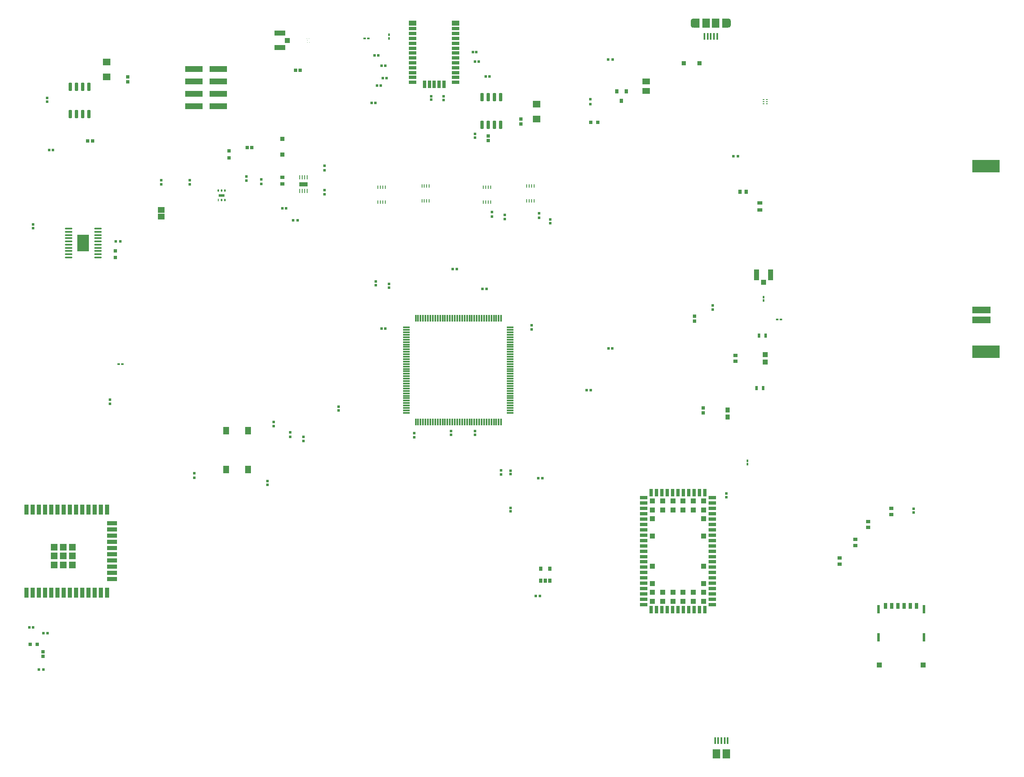
<source format=gbr>
%TF.GenerationSoftware,Altium Limited,Altium Designer,23.9.2 (47)*%
G04 Layer_Color=8421504*
%FSLAX45Y45*%
%MOMM*%
%TF.SameCoordinates,7747E0AE-D8E6-467E-A507-EEFEC3D8B4F9*%
%TF.FilePolarity,Positive*%
%TF.FileFunction,Paste,Top*%
%TF.Part,Single*%
G01*
G75*
%TA.AperFunction,Conductor*%
%ADD10C,0.50000*%
%TA.AperFunction,SMDPad,CuDef*%
%ADD15R,0.54000X0.58000*%
%ADD16R,0.55000X0.55000*%
G04:AMPARAMS|DCode=17|XSize=2.4mm|YSize=3.38mm|CornerRadius=0.048mm|HoleSize=0mm|Usage=FLASHONLY|Rotation=0.000|XOffset=0mm|YOffset=0mm|HoleType=Round|Shape=RoundedRectangle|*
%AMROUNDEDRECTD17*
21,1,2.40000,3.28400,0,0,0.0*
21,1,2.30400,3.38000,0,0,0.0*
1,1,0.09600,1.15200,-1.64200*
1,1,0.09600,-1.15200,-1.64200*
1,1,0.09600,-1.15200,1.64200*
1,1,0.09600,1.15200,1.64200*
%
%ADD17ROUNDEDRECTD17*%
G04:AMPARAMS|DCode=18|XSize=0.35mm|YSize=1.45mm|CornerRadius=0.05075mm|HoleSize=0mm|Usage=FLASHONLY|Rotation=90.000|XOffset=0mm|YOffset=0mm|HoleType=Round|Shape=RoundedRectangle|*
%AMROUNDEDRECTD18*
21,1,0.35000,1.34850,0,0,90.0*
21,1,0.24850,1.45000,0,0,90.0*
1,1,0.10150,0.67425,0.12425*
1,1,0.10150,0.67425,-0.12425*
1,1,0.10150,-0.67425,-0.12425*
1,1,0.10150,-0.67425,0.12425*
%
%ADD18ROUNDEDRECTD18*%
%ADD19R,1.50822X1.30606*%
%ADD20R,0.50000X0.60000*%
%ADD21R,1.00000X0.75000*%
%ADD22R,0.75814X0.81213*%
%ADD23R,1.03000X1.00000*%
%ADD24R,0.48000X1.80000*%
%ADD25R,0.65000X1.30000*%
%ADD26R,1.60000X1.40000*%
%ADD27R,1.30000X1.55000*%
%ADD28R,0.40000X1.35000*%
%ADD29R,1.50000X1.90000*%
%ADD31R,0.42000X0.22000*%
%ADD32R,0.65000X0.90000*%
%ADD33R,0.90000X0.75000*%
%ADD34R,0.58000X0.54000*%
%ADD35R,0.50000X0.45000*%
%ADD36R,0.45000X0.50000*%
%ADD37R,0.60000X0.55000*%
G04:AMPARAMS|DCode=38|XSize=0.76mm|YSize=0.6604mm|CornerRadius=0.08255mm|HoleSize=0mm|Usage=FLASHONLY|Rotation=0.000|XOffset=0mm|YOffset=0mm|HoleType=Round|Shape=RoundedRectangle|*
%AMROUNDEDRECTD38*
21,1,0.76000,0.49530,0,0,0.0*
21,1,0.59490,0.66040,0,0,0.0*
1,1,0.16510,0.29745,-0.24765*
1,1,0.16510,-0.29745,-0.24765*
1,1,0.16510,-0.29745,0.24765*
1,1,0.16510,0.29745,0.24765*
%
%ADD38ROUNDEDRECTD38*%
%ADD39R,3.68000X1.27000*%
%ADD40R,0.80000X0.90000*%
%ADD41R,0.80000X0.80000*%
%ADD42R,0.90000X0.95000*%
%ADD43R,0.65000X0.65000*%
G04:AMPARAMS|DCode=44|XSize=0.55mm|YSize=0.5mm|CornerRadius=0.0625mm|HoleSize=0mm|Usage=FLASHONLY|Rotation=0.000|XOffset=0mm|YOffset=0mm|HoleType=Round|Shape=RoundedRectangle|*
%AMROUNDEDRECTD44*
21,1,0.55000,0.37500,0,0,0.0*
21,1,0.42500,0.50000,0,0,0.0*
1,1,0.12500,0.21250,-0.18750*
1,1,0.12500,-0.21250,-0.18750*
1,1,0.12500,-0.21250,0.18750*
1,1,0.12500,0.21250,0.18750*
%
%ADD44ROUNDEDRECTD44*%
%ADD45R,0.65000X0.65000*%
G04:AMPARAMS|DCode=46|XSize=0.55mm|YSize=0.5mm|CornerRadius=0.0625mm|HoleSize=0mm|Usage=FLASHONLY|Rotation=270.000|XOffset=0mm|YOffset=0mm|HoleType=Round|Shape=RoundedRectangle|*
%AMROUNDEDRECTD46*
21,1,0.55000,0.37500,0,0,270.0*
21,1,0.42500,0.50000,0,0,270.0*
1,1,0.12500,-0.18750,-0.21250*
1,1,0.12500,-0.18750,0.21250*
1,1,0.12500,0.18750,0.21250*
1,1,0.12500,0.18750,-0.21250*
%
%ADD46ROUNDEDRECTD46*%
G04:AMPARAMS|DCode=47|XSize=0.76mm|YSize=0.6604mm|CornerRadius=0.08255mm|HoleSize=0mm|Usage=FLASHONLY|Rotation=90.000|XOffset=0mm|YOffset=0mm|HoleType=Round|Shape=RoundedRectangle|*
%AMROUNDEDRECTD47*
21,1,0.76000,0.49530,0,0,90.0*
21,1,0.59490,0.66040,0,0,90.0*
1,1,0.16510,0.24765,0.29745*
1,1,0.16510,0.24765,-0.29745*
1,1,0.16510,-0.24765,-0.29745*
1,1,0.16510,-0.24765,0.29745*
%
%ADD47ROUNDEDRECTD47*%
%ADD48R,0.51535X0.47247*%
%ADD49R,0.47247X0.51535*%
G04:AMPARAMS|DCode=50|XSize=0.65mm|YSize=1.65mm|CornerRadius=0.04875mm|HoleSize=0mm|Usage=FLASHONLY|Rotation=180.000|XOffset=0mm|YOffset=0mm|HoleType=Round|Shape=RoundedRectangle|*
%AMROUNDEDRECTD50*
21,1,0.65000,1.55250,0,0,180.0*
21,1,0.55250,1.65000,0,0,180.0*
1,1,0.09750,-0.27625,0.77625*
1,1,0.09750,0.27625,0.77625*
1,1,0.09750,0.27625,-0.77625*
1,1,0.09750,-0.27625,-0.77625*
%
%ADD50ROUNDEDRECTD50*%
%ADD52R,0.62500X0.85000*%
%ADD53R,1.05000X2.20000*%
%ADD54R,1.00000X1.05000*%
%ADD55R,3.70000X1.40000*%
%ADD56R,5.60000X2.60000*%
%ADD57R,0.96822X1.00650*%
%ADD58R,1.35620X1.15443*%
%ADD60R,0.29247X0.55607*%
G04:AMPARAMS|DCode=61|XSize=0.55607mm|YSize=0.29247mm|CornerRadius=0.14624mm|HoleSize=0mm|Usage=FLASHONLY|Rotation=90.000|XOffset=0mm|YOffset=0mm|HoleType=Round|Shape=RoundedRectangle|*
%AMROUNDEDRECTD61*
21,1,0.55607,0.00000,0,0,90.0*
21,1,0.26360,0.29247,0,0,90.0*
1,1,0.29247,0.00000,0.13180*
1,1,0.29247,0.00000,-0.13180*
1,1,0.29247,0.00000,-0.13180*
1,1,0.29247,0.00000,0.13180*
%
%ADD61ROUNDEDRECTD61*%
%ADD62R,0.80000X0.80000*%
%ADD63R,0.35000X1.35000*%
%ADD64R,0.55000X0.50000*%
%ADD66R,0.90000X2.00000*%
%ADD67R,2.00000X0.90000*%
%TA.AperFunction,BGAPad,CuDef*%
%ADD68R,1.33000X1.33000*%
%TA.AperFunction,SMDPad,CuDef*%
%ADD69R,0.95000X0.90000*%
%ADD70R,2.20000X1.05000*%
%ADD71R,1.05000X1.00000*%
%ADD72R,1.50000X0.70000*%
%ADD73R,1.50000X1.00000*%
%ADD74R,0.70000X1.50000*%
%ADD78R,0.50000X0.55000*%
%ADD79R,0.95000X0.80000*%
%ADD80R,1.35000X0.35000*%
%ADD82R,0.24247X0.88102*%
G04:AMPARAMS|DCode=83|XSize=0.88102mm|YSize=0.24247mm|CornerRadius=0.12124mm|HoleSize=0mm|Usage=FLASHONLY|Rotation=90.000|XOffset=0mm|YOffset=0mm|HoleType=Round|Shape=RoundedRectangle|*
%AMROUNDEDRECTD83*
21,1,0.88102,0.00000,0,0,90.0*
21,1,0.63854,0.24247,0,0,90.0*
1,1,0.24247,0.00000,0.31927*
1,1,0.24247,0.00000,-0.31927*
1,1,0.24247,0.00000,-0.31927*
1,1,0.24247,0.00000,0.31927*
%
%ADD83ROUNDEDRECTD83*%
%TA.AperFunction,NonConductor*%
%ADD177C,0.12500*%
%ADD178R,1.21544X0.61539*%
%ADD179R,1.04999X1.04999*%
%ADD180R,1.05004X1.04999*%
%ADD181R,0.75001X1.54996*%
%ADD182R,0.74996X1.54996*%
%ADD183R,1.55001X0.74996*%
%ADD184R,1.55001X0.75001*%
%ADD185R,1.76002X0.93000*%
%ADD186R,0.24999X0.75001*%
%ADD187R,0.24999X0.74996*%
%ADD188R,0.25004X0.75001*%
%ADD189R,0.25004X0.74996*%
G36*
X20125099Y17603297D02*
X20075102D01*
X20075101Y17693300D01*
X20125099D01*
Y17603297D01*
D02*
G37*
G36*
X20255099Y17553300D02*
X20125101D01*
Y17743300D01*
X20255099D01*
Y17553300D01*
D02*
G37*
G36*
X20845100D02*
X20715100D01*
Y17743300D01*
X20845100D01*
Y17553300D01*
D02*
G37*
G36*
X20895100Y17603300D02*
X20845100D01*
Y17693303D01*
X20895097D01*
X20895100Y17603300D01*
D02*
G37*
D10*
X20870100D02*
G03*
X20835100Y17626213I-25000J0D01*
G01*
Y17580386D02*
G03*
X20870100Y17603300I10000J22913D01*
G01*
X20835100Y17626213D02*
G03*
X20835100Y17580386I10000J-22913D01*
G01*
X20150101Y17693300D02*
G03*
X20150101Y17693300I-25000J0D01*
G01*
X20870100Y17693300D02*
G03*
X20870100Y17693300I-25000J0D01*
G01*
X20150101Y17603300D02*
G03*
X20135100Y17626213I-25000J0D01*
G01*
D02*
G03*
X20135100Y17580386I-10000J-22913D01*
G01*
D02*
G03*
X20150101Y17603300I-10000J22913D01*
G01*
D15*
X6604000Y13448399D02*
D03*
Y13526401D02*
D03*
X24638000Y7621000D02*
D03*
Y7699000D02*
D03*
X20802600Y8014600D02*
D03*
Y7936600D02*
D03*
X17195799Y13629900D02*
D03*
Y13551900D02*
D03*
X16268700Y13716901D02*
D03*
Y13638901D02*
D03*
X12573000Y14224899D02*
D03*
Y14146899D02*
D03*
X11404600Y8268598D02*
D03*
Y8190600D02*
D03*
X9232900Y14428099D02*
D03*
Y14350101D02*
D03*
X10972800Y14426300D02*
D03*
Y14504298D02*
D03*
X14414500Y9169400D02*
D03*
Y9247398D02*
D03*
X15163800Y9218402D02*
D03*
Y9296400D02*
D03*
X15659100Y9218402D02*
D03*
Y9296400D02*
D03*
X16192500Y8485398D02*
D03*
Y8407400D02*
D03*
X16814799Y11378300D02*
D03*
Y11456298D02*
D03*
X13893800Y12230100D02*
D03*
Y12308098D02*
D03*
X13627100Y12280900D02*
D03*
Y12358898D02*
D03*
X12141200Y9092302D02*
D03*
Y9170300D02*
D03*
X12865100Y9792600D02*
D03*
Y9714602D02*
D03*
X6896100Y16038303D02*
D03*
Y16116299D02*
D03*
D16*
X8388900Y13182600D02*
D03*
X8298900D02*
D03*
D17*
X7632700Y13144501D02*
D03*
D18*
X7930200Y12852000D02*
D03*
Y12917000D02*
D03*
Y12982001D02*
D03*
Y13047000D02*
D03*
Y13112000D02*
D03*
Y13177000D02*
D03*
Y13242000D02*
D03*
Y13307001D02*
D03*
Y13372000D02*
D03*
Y13437000D02*
D03*
X7335200Y12852000D02*
D03*
Y12917000D02*
D03*
Y12982001D02*
D03*
Y13047000D02*
D03*
Y13112000D02*
D03*
Y13177000D02*
D03*
Y13242000D02*
D03*
Y13307001D02*
D03*
Y13372000D02*
D03*
Y13437000D02*
D03*
D19*
X19164301Y16259991D02*
D03*
Y16455208D02*
D03*
D20*
X21043100Y14922501D02*
D03*
X20943100D02*
D03*
X18377699Y16903700D02*
D03*
X18477699D02*
D03*
D21*
X21488400Y13820000D02*
D03*
Y13970000D02*
D03*
D22*
X21082800Y14198599D02*
D03*
X21208199D02*
D03*
D23*
X23937000Y4496000D02*
D03*
X24830000D02*
D03*
D24*
X23916499Y5068000D02*
D03*
Y5643000D02*
D03*
X24849500D02*
D03*
Y5068000D02*
D03*
D25*
X24701500Y5715000D02*
D03*
X24320500D02*
D03*
X24066499D02*
D03*
X24574500D02*
D03*
X24447501D02*
D03*
X24193500D02*
D03*
D26*
X8115300Y16550500D02*
D03*
Y16850500D02*
D03*
X16916400Y15686900D02*
D03*
Y15986900D02*
D03*
D27*
X10557300Y8505200D02*
D03*
X11007300D02*
D03*
X10557300Y9300200D02*
D03*
X11007300D02*
D03*
D28*
X20572603Y2949702D02*
D03*
X20637602D02*
D03*
X20702600D02*
D03*
X20767604D02*
D03*
X20832602D02*
D03*
X20355099Y17378300D02*
D03*
X20420100D02*
D03*
X20485100D02*
D03*
X20550101D02*
D03*
X20615100D02*
D03*
D29*
X20602600Y2679700D02*
D03*
X20802600D02*
D03*
X20385100Y17648300D02*
D03*
X20585100D02*
D03*
D31*
X21629601Y16002000D02*
D03*
Y16042000D02*
D03*
Y16082001D02*
D03*
X21564600Y16002000D02*
D03*
Y16042000D02*
D03*
Y16082001D02*
D03*
D32*
X16999200Y6470000D02*
D03*
X17189200D02*
D03*
Y6230000D02*
D03*
X17094200D02*
D03*
X16999200D02*
D03*
D33*
X23444200Y7070400D02*
D03*
Y6950400D02*
D03*
X24180800Y7705400D02*
D03*
Y7585400D02*
D03*
X23126700Y6689400D02*
D03*
Y6569400D02*
D03*
X23710899Y7438700D02*
D03*
Y7318700D02*
D03*
X20993100Y10842300D02*
D03*
Y10722300D02*
D03*
D34*
X16902800Y5918200D02*
D03*
X16980800D02*
D03*
X6526900Y5270500D02*
D03*
X6604900D02*
D03*
X11708500Y13855701D02*
D03*
X11786500D02*
D03*
X15888599Y12204700D02*
D03*
X15810600D02*
D03*
X13740501Y11391900D02*
D03*
X13818500D02*
D03*
X18022198Y10134600D02*
D03*
X17944200D02*
D03*
X18388699Y10985500D02*
D03*
X18466698D02*
D03*
X15201001Y12611100D02*
D03*
X15278999D02*
D03*
D35*
X8356600Y10668000D02*
D03*
X8431600D02*
D03*
X21844598Y11582400D02*
D03*
X21919600D02*
D03*
X13398500Y17335500D02*
D03*
X13473502D02*
D03*
D36*
X21234399Y8611200D02*
D03*
Y8686200D02*
D03*
X21564600Y12039001D02*
D03*
Y11964000D02*
D03*
X13893800Y17410501D02*
D03*
Y17335500D02*
D03*
D37*
X18021300Y15987601D02*
D03*
Y16092599D02*
D03*
D38*
X8293100Y12845900D02*
D03*
Y12985899D02*
D03*
D39*
X9899800Y16713200D02*
D03*
Y16459200D02*
D03*
Y16205200D02*
D03*
Y15951199D02*
D03*
X10394800D02*
D03*
Y16713200D02*
D03*
Y16459200D02*
D03*
Y16205200D02*
D03*
D40*
X18751300Y16254401D02*
D03*
X18561301D02*
D03*
X18656300Y16054401D02*
D03*
D41*
X18172501Y15621001D02*
D03*
X18022501D02*
D03*
D42*
X19933900Y16827499D02*
D03*
X20248900D02*
D03*
D43*
X20154900Y11545900D02*
D03*
Y11645900D02*
D03*
X20332700Y9765500D02*
D03*
Y9665500D02*
D03*
X15925800Y15340800D02*
D03*
Y15240800D02*
D03*
X16598900Y15683701D02*
D03*
Y15583701D02*
D03*
X6807200Y4674400D02*
D03*
Y4774400D02*
D03*
X8547100Y16547301D02*
D03*
Y16447301D02*
D03*
D44*
X20523199Y11778700D02*
D03*
Y11868700D02*
D03*
X9817100Y14434100D02*
D03*
Y14344099D02*
D03*
X11277600Y14446800D02*
D03*
Y14356799D02*
D03*
X9906000Y8427000D02*
D03*
Y8337000D02*
D03*
X8178800Y9938300D02*
D03*
Y9848300D02*
D03*
X11874500Y9265200D02*
D03*
Y9175202D02*
D03*
X11531600Y9391102D02*
D03*
Y9481100D02*
D03*
X12573000Y14726199D02*
D03*
Y14636201D02*
D03*
X16002000Y13690601D02*
D03*
Y13780602D02*
D03*
X16967200Y13755197D02*
D03*
Y13665199D02*
D03*
D45*
X11976900Y16687801D02*
D03*
X12076900D02*
D03*
X7722400Y15239999D02*
D03*
X7822400D02*
D03*
X10986300Y15100301D02*
D03*
X11086300D02*
D03*
D46*
X6724100Y4406900D02*
D03*
X6814100D02*
D03*
X16947600Y8331200D02*
D03*
X17037601D02*
D03*
X6903000Y5156200D02*
D03*
X6813000D02*
D03*
X12021099Y13614400D02*
D03*
X11931101D02*
D03*
D47*
X6546700Y4927600D02*
D03*
X6686700D02*
D03*
D48*
X6934444Y15049500D02*
D03*
X7010156D02*
D03*
D49*
X15659100Y15379456D02*
D03*
Y15303745D02*
D03*
X16383000Y7645644D02*
D03*
Y7721356D02*
D03*
Y8483356D02*
D03*
Y8407644D02*
D03*
D50*
X16179800Y16132100D02*
D03*
X16052800D02*
D03*
X15925800D02*
D03*
X15798801D02*
D03*
X16179800Y15567101D02*
D03*
X16052800D02*
D03*
X15925800D02*
D03*
X15798801D02*
D03*
X7366000Y15783002D02*
D03*
X7493000D02*
D03*
X7620000D02*
D03*
X7747000D02*
D03*
X7366000Y16348000D02*
D03*
X7493000D02*
D03*
X7620000D02*
D03*
X7747000D02*
D03*
D52*
X21472952Y11252200D02*
D03*
X21605447D02*
D03*
X21554648Y10172700D02*
D03*
X21422153D02*
D03*
D53*
X21417102Y12496800D02*
D03*
X21712099D02*
D03*
D54*
X21564600Y12344298D02*
D03*
X21602699Y10857301D02*
D03*
Y10707299D02*
D03*
D55*
X26028900Y11572001D02*
D03*
Y11772001D02*
D03*
D56*
X26123901Y10922000D02*
D03*
Y14722003D02*
D03*
D57*
X20828000Y9724586D02*
D03*
Y9579414D02*
D03*
D58*
X9232900Y13686510D02*
D03*
Y13821689D02*
D03*
D60*
X10399801Y14024596D02*
D03*
D61*
X10464800D02*
D03*
X10529799D02*
D03*
Y14220206D02*
D03*
X10464800D02*
D03*
X10399801D02*
D03*
D62*
X10617200Y15035600D02*
D03*
Y14885599D02*
D03*
D63*
X15891200Y11603502D02*
D03*
X14441200D02*
D03*
X14491199D02*
D03*
X14541200D02*
D03*
X14591199D02*
D03*
X14641200D02*
D03*
X14691203D02*
D03*
X14741200D02*
D03*
X14791202D02*
D03*
X14841200D02*
D03*
X14891202D02*
D03*
X14941199D02*
D03*
X14991202D02*
D03*
X15041199D02*
D03*
X15091202D02*
D03*
X15141199D02*
D03*
X15191202D02*
D03*
X15241199D02*
D03*
X15291200D02*
D03*
X15341199D02*
D03*
X15391200D02*
D03*
X15441199D02*
D03*
X15491200D02*
D03*
X15541199D02*
D03*
X15591200D02*
D03*
X15641199D02*
D03*
X15691200D02*
D03*
X15741199D02*
D03*
X15791200D02*
D03*
X15841199D02*
D03*
X15941203D02*
D03*
X15991200D02*
D03*
X16041202D02*
D03*
X16091200D02*
D03*
X16141202D02*
D03*
X16191200D02*
D03*
Y9478498D02*
D03*
X16141202D02*
D03*
X16091200D02*
D03*
X16041202D02*
D03*
X15991200D02*
D03*
X15941203D02*
D03*
X15891200D02*
D03*
X15841199D02*
D03*
X15791200D02*
D03*
X15741199D02*
D03*
X15691200D02*
D03*
X15641199D02*
D03*
X15591200D02*
D03*
X15541199D02*
D03*
X15491200D02*
D03*
X15441199D02*
D03*
X15391200D02*
D03*
X15341199D02*
D03*
X15291200D02*
D03*
X15241199D02*
D03*
X15191202D02*
D03*
X15141199D02*
D03*
X15091202D02*
D03*
X15041199D02*
D03*
X14991202D02*
D03*
X14941199D02*
D03*
X14891202D02*
D03*
X14841200D02*
D03*
X14791202D02*
D03*
X14741200D02*
D03*
X14691203D02*
D03*
X14641200D02*
D03*
X14591199D02*
D03*
X14541200D02*
D03*
X14491199D02*
D03*
X14441200D02*
D03*
D64*
X13601700Y16992599D02*
D03*
X13741400Y16776700D02*
D03*
X13816402D02*
D03*
X15683900Y17056100D02*
D03*
X15608900D02*
D03*
X13676701Y16992599D02*
D03*
X13538200Y16014700D02*
D03*
X13613200D02*
D03*
X15734100Y16865601D02*
D03*
X15659100D02*
D03*
X15950002Y16560800D02*
D03*
X15875000D02*
D03*
X13652499Y16370300D02*
D03*
X13727501D02*
D03*
X13766800Y16522701D02*
D03*
X13841801D02*
D03*
D66*
X6471702Y5982599D02*
D03*
X6598702D02*
D03*
X6725702D02*
D03*
X6852702D02*
D03*
X6979702D02*
D03*
X7106702D02*
D03*
X7233702D02*
D03*
X7360702D02*
D03*
X7487702D02*
D03*
X7614702D02*
D03*
X7741702D02*
D03*
X7868702D02*
D03*
X7995702D02*
D03*
X8122702D02*
D03*
Y7682601D02*
D03*
X7995702D02*
D03*
X7868702D02*
D03*
X7741702D02*
D03*
X7614702D02*
D03*
X7487702D02*
D03*
X7360702D02*
D03*
X7233702D02*
D03*
X7106702D02*
D03*
X6979702D02*
D03*
X6852702D02*
D03*
X6725702D02*
D03*
X6598702D02*
D03*
X6471702D02*
D03*
D67*
X8222701Y6261100D02*
D03*
Y6388100D02*
D03*
Y6515100D02*
D03*
Y6642100D02*
D03*
Y6769100D02*
D03*
Y6896100D02*
D03*
Y7023100D02*
D03*
Y7150100D02*
D03*
Y7277100D02*
D03*
Y7404100D02*
D03*
D68*
X7038198Y6549100D02*
D03*
Y6732600D02*
D03*
Y6916100D02*
D03*
X7221698Y6549100D02*
D03*
Y6732600D02*
D03*
Y6916100D02*
D03*
X7405202Y6549100D02*
D03*
Y6732600D02*
D03*
Y6916100D02*
D03*
D69*
X11709400Y14960600D02*
D03*
Y15275601D02*
D03*
D70*
X11658498Y17149902D02*
D03*
Y17444897D02*
D03*
D71*
X11811000Y17297400D02*
D03*
D72*
X15260899Y16436101D02*
D03*
Y16536101D02*
D03*
Y16636101D02*
D03*
Y16736101D02*
D03*
Y16836099D02*
D03*
Y16936099D02*
D03*
Y17036099D02*
D03*
Y17136099D02*
D03*
Y17236099D02*
D03*
Y17336099D02*
D03*
Y17436099D02*
D03*
Y17536099D02*
D03*
X14380901D02*
D03*
Y17436099D02*
D03*
Y17336099D02*
D03*
Y17236099D02*
D03*
Y17136099D02*
D03*
Y17036099D02*
D03*
Y16936099D02*
D03*
Y16836099D02*
D03*
Y16736101D02*
D03*
Y16636101D02*
D03*
Y16536101D02*
D03*
Y16436101D02*
D03*
D73*
X15260899Y17651100D02*
D03*
X14380901D02*
D03*
D74*
X14620900Y16396101D02*
D03*
X14720900D02*
D03*
X14820900D02*
D03*
X14920900D02*
D03*
X15020900D02*
D03*
D78*
X15011400Y16078200D02*
D03*
Y16153201D02*
D03*
X14757401Y16079399D02*
D03*
Y16154401D02*
D03*
D79*
X11709400Y14490700D02*
D03*
Y14355699D02*
D03*
D80*
X16378702Y11416000D02*
D03*
Y11366002D02*
D03*
Y11316000D02*
D03*
Y11266002D02*
D03*
Y11216000D02*
D03*
Y11166003D02*
D03*
Y11116000D02*
D03*
Y11065998D02*
D03*
Y11016000D02*
D03*
Y10965998D02*
D03*
Y10916001D02*
D03*
Y10865998D02*
D03*
Y10816001D02*
D03*
Y10765998D02*
D03*
Y10716001D02*
D03*
Y10665998D02*
D03*
Y10616001D02*
D03*
Y10565999D02*
D03*
Y10516001D02*
D03*
Y10465999D02*
D03*
Y10416002D02*
D03*
Y10365999D02*
D03*
Y10316002D02*
D03*
Y10265999D02*
D03*
Y10216002D02*
D03*
Y10165999D02*
D03*
Y10116002D02*
D03*
Y10066000D02*
D03*
Y10016002D02*
D03*
Y9966000D02*
D03*
Y9916003D02*
D03*
Y9866000D02*
D03*
Y9815998D02*
D03*
Y9766000D02*
D03*
Y9715998D02*
D03*
Y9666000D02*
D03*
X14253699D02*
D03*
Y9715998D02*
D03*
Y9766000D02*
D03*
Y9815998D02*
D03*
Y9866000D02*
D03*
Y9916003D02*
D03*
Y9966000D02*
D03*
Y10016002D02*
D03*
Y10066000D02*
D03*
Y10116002D02*
D03*
Y10165999D02*
D03*
Y10216002D02*
D03*
Y10265999D02*
D03*
Y10316002D02*
D03*
Y10365999D02*
D03*
Y10416002D02*
D03*
Y10465999D02*
D03*
Y10516001D02*
D03*
Y10565999D02*
D03*
Y10616001D02*
D03*
Y10665998D02*
D03*
Y10716001D02*
D03*
Y10765998D02*
D03*
Y10816001D02*
D03*
Y10865998D02*
D03*
Y10916001D02*
D03*
Y10965998D02*
D03*
Y11016000D02*
D03*
Y11065998D02*
D03*
Y11116000D02*
D03*
Y11166003D02*
D03*
Y11216000D02*
D03*
Y11266002D02*
D03*
Y11316000D02*
D03*
Y11366002D02*
D03*
Y11416000D02*
D03*
D82*
X12066200Y14209448D02*
D03*
D83*
X12116202D02*
D03*
X12166200D02*
D03*
X12216202D02*
D03*
Y14492552D02*
D03*
X12166200D02*
D03*
X12116202D02*
D03*
X12066200D02*
D03*
D177*
X12261750Y17335500D02*
G03*
X12261750Y17335500I-6250J0D01*
G01*
Y17295500D02*
G03*
X12261750Y17295500I-6250J0D01*
G01*
Y17255499D02*
G03*
X12261750Y17255499I-6250J0D01*
G01*
X12221750D02*
G03*
X12221750Y17255499I-6250J0D01*
G01*
Y17295500D02*
G03*
X12221750Y17295500I-6250J0D01*
G01*
Y17335500D02*
G03*
X12221750Y17335500I-6250J0D01*
G01*
D178*
X10464800Y14122400D02*
D03*
D179*
X20337000Y6167600D02*
D03*
X19287000D02*
D03*
X20337000Y6527599D02*
D03*
X19287000D02*
D03*
X20337000Y7137601D02*
D03*
X19287000D02*
D03*
X20337000Y7497600D02*
D03*
X19287000D02*
D03*
X20337000Y5807601D02*
D03*
X19917001D02*
D03*
X19706999D02*
D03*
X19497002D02*
D03*
X19287000D02*
D03*
X20337000Y5987600D02*
D03*
X19917001D02*
D03*
X19706999D02*
D03*
X19497002D02*
D03*
X19287000D02*
D03*
X20337000Y7677600D02*
D03*
X19917001D02*
D03*
X19706999D02*
D03*
X19497002D02*
D03*
X19287000D02*
D03*
X20337000Y7857599D02*
D03*
X19917001D02*
D03*
X19706999D02*
D03*
X19497002D02*
D03*
X19287000D02*
D03*
D180*
X20127000Y5807601D02*
D03*
Y5987600D02*
D03*
Y7677600D02*
D03*
Y7857599D02*
D03*
D181*
X19262000Y8032600D02*
D03*
X19372002D02*
D03*
X19592000D02*
D03*
X19812000D02*
D03*
X20032001D02*
D03*
X20142001D02*
D03*
X20251999D02*
D03*
X20362001D02*
D03*
Y5632600D02*
D03*
X20251999D02*
D03*
X20142001D02*
D03*
X20032001D02*
D03*
X19812000D02*
D03*
X19592000D02*
D03*
X19372002D02*
D03*
X19262000D02*
D03*
D182*
X19482001Y8032600D02*
D03*
X19702000D02*
D03*
X19922000D02*
D03*
Y5632600D02*
D03*
X19702000D02*
D03*
X19482001D02*
D03*
D183*
X20512000Y7932600D02*
D03*
Y6942600D02*
D03*
Y6722600D02*
D03*
Y6502601D02*
D03*
Y5732600D02*
D03*
X19112001D02*
D03*
Y6502601D02*
D03*
Y6722600D02*
D03*
Y6942600D02*
D03*
Y7932600D02*
D03*
D184*
X20512000Y7822601D02*
D03*
Y7712598D02*
D03*
Y7602601D02*
D03*
Y7492599D02*
D03*
Y7382601D02*
D03*
Y7272599D02*
D03*
Y7162602D02*
D03*
Y7052600D02*
D03*
Y6832600D02*
D03*
Y6612600D02*
D03*
Y6392601D02*
D03*
Y6282599D02*
D03*
Y6172601D02*
D03*
Y6062599D02*
D03*
Y5952602D02*
D03*
Y5842599D02*
D03*
X19112001D02*
D03*
Y5952602D02*
D03*
Y6062599D02*
D03*
Y6172601D02*
D03*
Y6282599D02*
D03*
Y6392601D02*
D03*
Y6612600D02*
D03*
Y6832600D02*
D03*
Y7052600D02*
D03*
Y7162602D02*
D03*
Y7272599D02*
D03*
Y7382601D02*
D03*
Y7492599D02*
D03*
Y7602601D02*
D03*
Y7712598D02*
D03*
Y7822601D02*
D03*
D185*
X12141722Y14350999D02*
D03*
D186*
X14568098Y14005502D02*
D03*
X14618102D02*
D03*
X14668098D02*
D03*
X14718102D02*
D03*
X14568098Y14315498D02*
D03*
X14618102D02*
D03*
X14668098D02*
D03*
X14718102D02*
D03*
X15875401Y14290099D02*
D03*
X15825404D02*
D03*
X15925398Y13980103D02*
D03*
X15875401D02*
D03*
X15825404D02*
D03*
X16714404Y14005502D02*
D03*
X16764401D02*
D03*
X16814400D02*
D03*
X16714404Y14315498D02*
D03*
X16764401D02*
D03*
X13766399Y13980103D02*
D03*
X13816402D02*
D03*
X13716402Y14290099D02*
D03*
D187*
X15975398D02*
D03*
Y13980103D02*
D03*
X16864400Y14005502D02*
D03*
Y14315498D02*
D03*
X13666402Y14290099D02*
D03*
D188*
X15925398Y14290102D02*
D03*
X16814400Y14315501D02*
D03*
X13716402Y13980099D02*
D03*
X13766399Y14290102D02*
D03*
X13816402D02*
D03*
D189*
X13666402Y13980099D02*
D03*
%TF.MD5,375c90db26a79d0c187bc30991f26343*%
M02*

</source>
